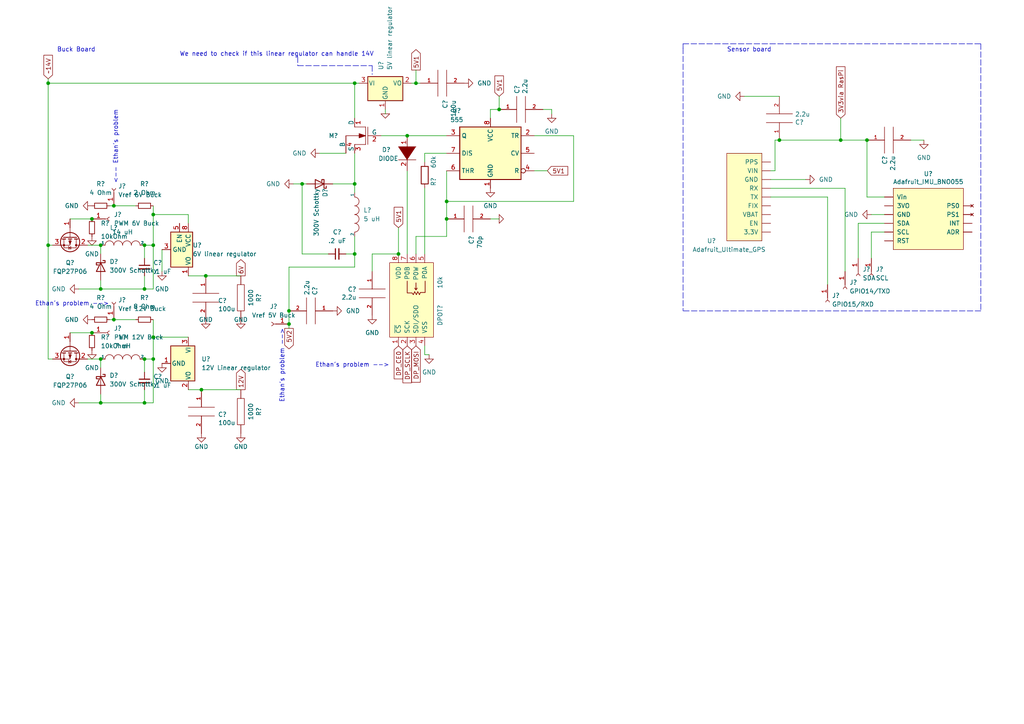
<source format=kicad_sch>
(kicad_sch (version 20211123) (generator eeschema)
  (paper "A4")
  (lib_symbols
    (symbol "Connector:Conn_01x01_Female" (pin_names (offset 1.016) hide)
      (property "Reference" "J" (at 0 2.54 0))
      (property "Value" "Conn_01x01_Female" (at 0 -2.54 0))
      (symbol "Conn_01x01_Female_1_1"
        (polyline (pts (xy -1.27 0) (xy -0.508 0)) (stroke (width 0.1524)))
        (arc (start 0 0.508) (mid -0.508 0) (end 0 -0.508) (stroke (width 0.1524)))
        (pin passive line (at -5.08 0 0) (length 3.81) (name "Pin_1") (number "1"))
      )
    )
    (symbol "Device:C_Small" (pin_numbers hide) (pin_names (offset 0.254) hide)
      (property "Reference" "C" (at 0.254 1.778 0))
      (property "Value" "C_Small" (at 0.254 -2.032 0))
      (symbol "C_Small_0_1"
        (polyline (pts (xy -1.524 -0.508) (xy 1.524 -0.508)) (stroke (width 0.3302)))
        (polyline (pts (xy -1.524 0.508) (xy 1.524 0.508)) (stroke (width 0.3048)))
      )
      (symbol "C_Small_1_1"
        (pin passive line (at 0 2.54 270) (length 2.032) (name "~") (number "1"))
        (pin passive line (at 0 -2.54 90) (length 2.032) (name "~") (number "2"))
      )
    )
    (symbol "Device:D_Schottky" (pin_numbers hide) (pin_names (offset 1.016) hide)
      (property "Reference" "D" (at 0 2.54 0))
      (property "Value" "D_Schottky" (at 0 -2.54 0))
      (symbol "D_Schottky_0_1"
        (polyline (pts (xy 1.27 0) (xy -1.27 0)))
        (polyline (pts (xy 1.27 1.27) (xy 1.27 -1.27) (xy -1.27 0) (xy 1.27 1.27)) (stroke (width 0.254)))
        (polyline (pts (xy -1.905 0.635) (xy -1.905 1.27) (xy -1.27 1.27) (xy -1.27 -1.27) (xy -0.635 -1.27) (xy -0.635 -0.635)) (stroke (width 0.254)))
      )
      (symbol "D_Schottky_1_1"
        (pin passive line (at -3.81 0 0) (length 2.54) (name "K") (number "1"))
        (pin passive line (at 3.81 0 180) (length 2.54) (name "A") (number "2"))
      )
    )
    (symbol "Device:R" (pin_numbers hide) (pin_names (offset 0))
      (property "Reference" "R" (at 2.032 0 90))
      (property "Value" "R" (at 0 0 90))
      (symbol "R_0_1"
        (rectangle (start -1.016 -2.54) (end 1.016 2.54) (stroke (width 0.254)))
      )
      (symbol "R_1_1"
        (pin passive line (at 0 3.81 270) (length 1.27) (name "~") (number "1"))
        (pin passive line (at 0 -3.81 90) (length 1.27) (name "~") (number "2"))
      )
    )
    (symbol "Device:R_Small" (pin_numbers hide) (pin_names (offset 0.254) hide)
      (property "Reference" "R" (at 0.762 0.508 0))
      (property "Value" "R_Small" (at 0.762 -1.016 0))
      (symbol "R_Small_0_1"
        (rectangle (start -0.762 1.778) (end 0.762 -1.778) (stroke (width 0.2032)))
      )
      (symbol "R_Small_1_1"
        (pin passive line (at 0 2.54 270) (length 0.762) (name "~") (number "1"))
        (pin passive line (at 0 -2.54 90) (length 0.762) (name "~") (number "2"))
      )
    )
    (symbol "Drone-Circuit-rescue:Adafruit_IMU_BNO055-Project_Library" (pin_names (offset 1.016))
      (property "Reference" "U" (at -10.16 10.16 0))
      (property "Value" "Adafruit_IMU_BNO055-Project_Library" (at 0 -11.43 0))
      (symbol "Adafruit_IMU_BNO055-Project_Library_0_1"
        (rectangle (start -10.16 8.89) (end 10.16 -8.89) (fill (type background)))
      )
      (symbol "Adafruit_IMU_BNO055-Project_Library_1_1"
        (pin power_out line (at -12.7 3.81 0) (length 2.54) (name "3VO") (number "~"))
        (pin input line (at 12.7 -3.81 180) (length 2.54) (name "ADR") (number "~"))
        (pin power_in line (at -12.7 1.27 0) (length 2.54) (name "GND") (number "~"))
        (pin output line (at 12.7 -1.27 180) (length 2.54) (name "INT") (number "~"))
        (pin no_connect line (at 12.7 3.81 180) (length 2.54) (name "PS0") (number "~"))
        (pin no_connect line (at 12.7 1.27 180) (length 2.54) (name "PS1") (number "~"))
        (pin unspecified line (at -12.7 -6.35 0) (length 2.54) (name "RST") (number "~"))
        (pin unspecified line (at -12.7 -3.81 0) (length 2.54) (name "SCL") (number "~"))
        (pin unspecified line (at -12.7 -1.27 0) (length 2.54) (name "SDA") (number "~"))
        (pin power_in line (at -12.7 6.35 0) (length 2.54) (name "Vin") (number "~"))
      )
    )
    (symbol "Drone-Circuit-rescue:Adafruit_Ultimate_GPS-Project_Library" (pin_names (offset 1.016))
      (property "Reference" "U" (at -5.08 13.97 0))
      (property "Value" "Adafruit_Ultimate_GPS-Project_Library" (at 0 -15.24 0))
      (symbol "Adafruit_Ultimate_GPS-Project_Library_0_1"
        (rectangle (start -5.08 12.7) (end 5.08 -12.7) (fill (type background)))
      )
      (symbol "Adafruit_Ultimate_GPS-Project_Library_1_1"
        (pin power_out line (at -7.62 10.16 0) (length 2.54) (name "3.3V") (number "~"))
        (pin unspecified line (at -7.62 7.62 0) (length 2.54) (name "EN") (number "~"))
        (pin output line (at -7.62 2.54 0) (length 2.54) (name "FIX") (number "~"))
        (pin power_in line (at -7.62 -5.08 0) (length 2.54) (name "GND") (number "~"))
        (pin output line (at -7.62 -10.16 0) (length 2.54) (name "PPS") (number "~"))
        (pin input line (at -7.62 -2.54 0) (length 2.54) (name "RX") (number "~"))
        (pin output line (at -7.62 0 0) (length 2.54) (name "TX") (number "~"))
        (pin power_in line (at -7.62 5.08 0) (length 2.54) (name "VBAT") (number "~"))
        (pin power_in line (at -7.62 -7.62 0) (length 2.54) (name "VIN") (number "~"))
      )
    )
    (symbol "Drone-Circuit-rescue:Digital_Pot-Project_Library" (pin_names (offset 1.016))
      (property "Reference" "DPOT" (at 0 7.62 0))
      (property "Value" "Digital_Pot-Project_Library" (at 0 -7.62 0))
      (symbol "Digital_Pot-Project_Library_0_1"
        (rectangle (start -5.08 6.35) (end 16.51 -6.35) (stroke (width 0.1524)) (fill (type background)))
        (polyline (pts (xy 8.636 -1.27) (xy 9.144 -1.651)) (stroke (width 0.2032)))
        (polyline (pts (xy 10.668 -1.27) (xy 8.636 -1.27) (xy 9.144 -0.889)) (stroke (width 0.2032)))
        (polyline (pts (xy 11.176 1.27) (xy 7.747 1.27) (xy 7.747 -0.127) (xy 7.239 -0.508) (xy 8.128 -0.889) (xy 7.239 -1.397) (xy 8.128 -1.778) (xy 7.239 -2.286) (xy 7.874 -2.54) (xy 7.874 -3.937) (xy 11.176 -3.937)) (stroke (width 0.2032)))
      )
      (symbol "Digital_Pot-Project_Library_1_1"
        (pin input line (at -7.62 3.81 0) (length 2.54) (name "~{CS}") (number "1"))
        (pin input line (at -7.62 1.27 0) (length 2.54) (name "SCK") (number "2"))
        (pin input line (at -7.62 -1.27 0) (length 2.54) (name "SDI/SDO") (number "3"))
        (pin power_in line (at -7.62 -3.81 0) (length 2.54) (name "VSS") (number "4"))
        (pin passive line (at 19.05 -3.81 180) (length 2.54) (name "P0A") (number "5"))
        (pin passive line (at 19.05 -1.27 180) (length 2.54) (name "P0W") (number "6"))
        (pin passive line (at 19.05 1.27 180) (length 2.54) (name "P0B") (number "7"))
        (pin power_in line (at 19.05 3.81 180) (length 2.54) (name "VDD") (number "8"))
      )
    )
    (symbol "Regulator_Linear:AMS1117-5.0" (pin_names (offset 0.254))
      (property "Reference" "U" (at -3.81 3.175 0))
      (property "Value" "AMS1117-5.0" (at 0 3.175 0))
      (symbol "AMS1117-5.0_0_1"
        (rectangle (start -5.08 -5.08) (end 5.08 1.905) (stroke (width 0.254)) (fill (type background)))
      )
      (symbol "AMS1117-5.0_1_1"
        (pin power_in line (at 0 -7.62 90) (length 2.54) (name "GND") (number "1"))
        (pin power_out line (at 7.62 0 180) (length 2.54) (name "VO") (number "2"))
        (pin power_in line (at -7.62 0 0) (length 2.54) (name "VI") (number "3"))
      )
    )
    (symbol "Regulator_Linear:AZ1084-1.2" (pin_names (offset 0.254))
      (property "Reference" "U" (at -3.81 3.175 0))
      (property "Value" "AZ1084-1.2" (at 0 3.175 0))
      (symbol "AZ1084-1.2_0_1"
        (rectangle (start -5.08 1.905) (end 5.08 -5.08) (stroke (width 0.254)) (fill (type background)))
      )
      (symbol "AZ1084-1.2_1_1"
        (pin power_in line (at 0 -7.62 90) (length 2.54) (name "GND") (number "1"))
        (pin power_out line (at 7.62 0 180) (length 2.54) (name "VO") (number "2"))
        (pin power_in line (at -7.62 0 0) (length 2.54) (name "VI") (number "3"))
      )
    )
    (symbol "Regulator_Linear:BD60FC0WEFJ"
      (property "Reference" "U" (at 0 7.62 0))
      (property "Value" "BD60FC0WEFJ" (at 0 5.08 0))
      (symbol "BD60FC0WEFJ_1_1"
        (rectangle (start -5.08 -5.08) (end 5.08 1.27) (stroke (width 0.254)) (fill (type background)))
        (pin power_out line (at 7.62 0 180) (length 2.54) (name "VO") (number "1"))
        (pin no_connect line (at 5.08 -2.54 180) (length 2.54) hide (name "NC") (number "2"))
        (pin power_in line (at 0 -7.62 90) (length 2.54) (name "GND") (number "3"))
        (pin no_connect line (at -3.81 -5.08 90) (length 2.54) hide (name "NC") (number "4"))
        (pin input line (at -7.62 -2.54 0) (length 2.54) (name "EN") (number "5"))
        (pin no_connect line (at -2.54 -5.08 90) (length 2.54) hide (name "NC") (number "6"))
        (pin no_connect line (at -1.27 -5.08 90) (length 2.54) hide (name "NC") (number "7"))
        (pin power_in line (at -7.62 0 0) (length 2.54) (name "VCC") (number "8"))
        (pin passive line (at 0 -7.62 90) (length 2.54) hide (name "GND") (number "9"))
      )
    )
    (symbol "Timer:LM555xM"
      (property "Reference" "U" (at -10.16 8.89 0))
      (property "Value" "LM555xM" (at 2.54 8.89 0))
      (symbol "LM555xM_0_0"
        (pin power_in line (at 0 -10.16 90) (length 2.54) (name "GND") (number "1"))
        (pin power_in line (at 0 10.16 270) (length 2.54) (name "VCC") (number "8"))
      )
      (symbol "LM555xM_0_1"
        (rectangle (start -8.89 -7.62) (end 8.89 7.62) (stroke (width 0.254)) (fill (type background)))
        (rectangle (start -8.89 -7.62) (end 8.89 7.62) (stroke (width 0.254)) (fill (type background)))
      )
      (symbol "LM555xM_1_1"
        (pin input line (at -12.7 5.08 0) (length 3.81) (name "TR") (number "2"))
        (pin output line (at 12.7 5.08 180) (length 3.81) (name "Q") (number "3"))
        (pin input inverted (at -12.7 -5.08 0) (length 3.81) (name "R") (number "4"))
        (pin input line (at -12.7 0 0) (length 3.81) (name "CV") (number "5"))
        (pin input line (at 12.7 -5.08 180) (length 3.81) (name "THR") (number "6"))
        (pin input line (at 12.7 0 180) (length 3.81) (name "DIS") (number "7"))
      )
    )
    (symbol "Transistor_FET:FQP27P06" (pin_names hide)
      (property "Reference" "Q" (at 5.08 1.905 0))
      (property "Value" "FQP27P06" (at 5.08 0 0))
      (symbol "FQP27P06_0_1"
        (polyline (pts (xy 0.254 0) (xy -2.54 0)))
        (polyline (pts (xy 0.254 1.905) (xy 0.254 -1.905)) (stroke (width 0.254)))
        (polyline (pts (xy 0.762 -1.27) (xy 0.762 -2.286)) (stroke (width 0.254)))
        (polyline (pts (xy 0.762 0.508) (xy 0.762 -0.508)) (stroke (width 0.254)))
        (polyline (pts (xy 0.762 2.286) (xy 0.762 1.27)) (stroke (width 0.254)))
        (polyline (pts (xy 2.54 2.54) (xy 2.54 1.778)))
        (polyline (pts (xy 2.54 -2.54) (xy 2.54 0) (xy 0.762 0)))
        (polyline (pts (xy 0.762 1.778) (xy 3.302 1.778) (xy 3.302 -1.778) (xy 0.762 -1.778)))
        (polyline (pts (xy 2.286 0) (xy 1.27 0.381) (xy 1.27 -0.381) (xy 2.286 0)) (fill (type outline)))
        (polyline (pts (xy 2.794 -0.508) (xy 2.921 -0.381) (xy 3.683 -0.381) (xy 3.81 -0.254)))
        (polyline (pts (xy 3.302 -0.381) (xy 2.921 0.254) (xy 3.683 0.254) (xy 3.302 -0.381)))
        (circle (center 1.651 0) (radius 2.794) (stroke (width 0.254)))
        (circle (center 2.54 -1.778) (radius 0.254) (fill (type outline)))
        (circle (center 2.54 1.778) (radius 0.254) (fill (type outline)))
      )
      (symbol "FQP27P06_1_1"
        (pin input line (at -5.08 0 0) (length 2.54) (name "G") (number "1"))
        (pin passive line (at 2.54 5.08 270) (length 2.54) (name "D") (number "2"))
        (pin passive line (at 2.54 -5.08 90) (length 2.54) (name "S") (number "3"))
      )
    )
    (symbol "power:GND" (power) (pin_names (offset 0))
      (property "Value" "GND" (at 0 -3.81 0))
      (symbol "GND_0_1"
        (polyline (pts (xy 0 0) (xy 0 -1.27) (xy 1.27 -1.27) (xy 0 -2.54) (xy -1.27 -1.27) (xy 0 -1.27)))
      )
      (symbol "GND_1_1"
        (pin power_in line (at 0 0 270) (length 0) hide (name "GND") (number "1"))
      )
    )
    (symbol "pspice:0" (power) (pin_names (offset 0))
      (property "Value" "0" (at 0 -1.778 0))
      (symbol "0_0_1"
        (polyline (pts (xy -1.27 0) (xy 0 -1.27) (xy 1.27 0) (xy -1.27 0)))
      )
      (symbol "0_1_1"
        (pin power_in line (at 0 0 0) (length 0) hide (name "0") (number "1"))
      )
    )
    (symbol "pspice:CAP" (pin_names (offset 0.254))
      (property "Reference" "C" (at 2.54 3.81 90))
      (property "Value" "CAP" (at 2.54 -3.81 90))
      (symbol "CAP_0_1"
        (polyline (pts (xy -3.81 -1.27) (xy 3.81 -1.27)))
        (polyline (pts (xy -3.81 1.27) (xy 3.81 1.27)))
      )
      (symbol "CAP_1_1"
        (pin passive line (at 0 6.35 270) (length 5.08) (name "~") (number "1"))
        (pin passive line (at 0 -6.35 90) (length 5.08) (name "~") (number "2"))
      )
    )
    (symbol "pspice:DIODE" (pin_names (offset 1.016) hide)
      (property "Reference" "D" (at 0 3.81 0))
      (property "Value" "DIODE" (at 0 -4.445 0))
      (symbol "DIODE_0_1"
        (polyline (pts (xy 1.905 2.54) (xy 1.905 -2.54)))
        (polyline (pts (xy -1.905 2.54) (xy -1.905 -2.54) (xy 1.905 0)) (fill (type outline)))
      )
      (symbol "DIODE_1_1"
        (pin input line (at -5.08 0 0) (length 3.81) (name "K") (number "1"))
        (pin input line (at 5.08 0 180) (length 3.81) (name "A") (number "2"))
      )
    )
    (symbol "pspice:INDUCTOR" (pin_numbers hide) (pin_names (offset 0))
      (property "Reference" "L" (at 0 2.54 0))
      (property "Value" "INDUCTOR" (at 0 -1.27 0))
      (symbol "INDUCTOR_0_1"
        (arc (start -2.54 0) (mid -3.81 1.27) (end -5.08 0))
        (arc (start 0 0) (mid -1.27 1.27) (end -2.54 0))
        (arc (start 2.54 0) (mid 1.27 1.27) (end 0 0))
        (arc (start 5.08 0) (mid 3.81 1.27) (end 2.54 0))
      )
      (symbol "INDUCTOR_1_1"
        (pin input line (at -6.35 0 0) (length 1.27) (name "1") (number "1"))
        (pin input line (at 6.35 0 180) (length 1.27) (name "2") (number "2"))
      )
    )
    (symbol "pspice:MNMOS" (pin_names (offset 0))
      (property "Reference" "M" (at 7.62 1.27 0))
      (property "Value" "MNMOS" (at 7.62 -1.27 0))
      (symbol "MNMOS_0_1"
        (polyline (pts (xy -1.27 -2.54) (xy -1.27 2.54)))
        (polyline (pts (xy -0.635 -2.54) (xy 2.54 -2.54)))
        (polyline (pts (xy 2.54 2.54) (xy -0.635 2.54)))
        (polyline (pts (xy 5.08 0) (xy -0.635 0)))
        (polyline (pts (xy -0.635 0) (xy 1.27 0.635) (xy 1.27 -0.635) (xy -0.635 0)) (fill (type outline)))
      )
      (symbol "MNMOS_1_1"
        (polyline (pts (xy -0.635 -2.54) (xy -0.635 2.54)))
        (pin passive line (at 2.54 5.08 270) (length 2.54) (name "D") (number "1"))
        (pin input line (at -5.08 0 0) (length 3.81) (name "G") (number "2"))
        (pin passive line (at 2.54 -5.08 90) (length 2.54) (name "S") (number "3"))
        (pin input line (at 5.08 -5.08 90) (length 5.08) (name "B") (number "4"))
      )
    )
    (symbol "pspice:R" (pin_numbers hide) (pin_names (offset 0))
      (property "Reference" "R" (at 2.032 0 90))
      (property "Value" "R" (at 0 0 90))
      (symbol "R_0_1"
        (rectangle (start -1.016 3.81) (end 1.016 -3.81))
      )
      (symbol "R_1_1"
        (pin passive line (at 0 6.35 270) (length 2.54) (name "~") (number "1"))
        (pin passive line (at 0 -6.35 90) (length 2.54) (name "~") (number "2"))
      )
    )
  )
  (junction (at 226.06 40.64))
  (junction (at 58.42 113.03))
  (junction (at 13.97 71.12))
  (junction (at 44.45 97.79))
  (junction (at 129.54 58.42))
  (junction (at 29.21 83.82))
  (junction (at 41.91 83.82))
  (junction (at 83.82 90.17))
  (junction (at 102.87 73.66))
  (junction (at 87.63 53.34))
  (junction (at 129.54 63.5))
  (junction (at 41.91 71.12))
  (junction (at 120.65 24.13))
  (junction (at 41.91 116.84))
  (junction (at 26.67 96.52))
  (junction (at 115.57 73.66))
  (junction (at 33.02 92.71))
  (junction (at 144.78 31.75))
  (junction (at 251.46 40.64))
  (junction (at 26.67 63.5))
  (junction (at 243.84 40.64))
  (junction (at 33.02 59.69))
  (junction (at 59.69 80.01))
  (junction (at 102.87 24.13))
  (junction (at 41.91 104.14))
  (junction (at 44.45 104.14))
  (junction (at 29.21 104.14))
  (junction (at 83.82 93.98))
  (junction (at 29.21 71.12))
  (junction (at 29.21 116.84))
  (junction (at 118.11 39.37))
  (junction (at 44.45 71.12))
  (junction (at 44.45 62.23))
  (junction (at 13.97 24.13))
  (junction (at 102.87 53.34))
  (wire (pts (xy 102.87 68.58) (xy 102.87 73.66)))
  (wire (pts (xy 59.69 80.01) (xy 69.85 80.01)))
  (wire (pts (xy 256.54 67.31) (xy 252.73 67.31)))
  (wire (pts (xy 144.78 31.75) (xy 142.24 31.75)))
  (wire (pts (xy 245.11 54.61) (xy 245.11 78.74)))
  (wire (pts (xy 85.09 53.34) (xy 87.63 53.34)))
  (wire (pts (xy 13.97 24.13) (xy 13.97 71.12)))
  (wire (pts (xy 240.03 57.15) (xy 240.03 82.55)))
  (wire (pts (xy 224.79 49.53) (xy 223.52 49.53)))
  (wire (pts (xy 44.45 71.12) (xy 44.45 83.82)))
  (wire (pts (xy 92.71 44.45) (xy 100.33 44.45)))
  (wire (pts (xy 119.38 24.13) (xy 120.65 24.13)))
  (wire (pts (xy 29.21 81.28) (xy 29.21 83.82)))
  (wire (pts (xy 248.92 64.77) (xy 248.92 74.93)))
  (wire (pts (xy 33.02 59.69) (xy 39.37 59.69)))
  (wire (pts (xy 44.45 62.23) (xy 44.45 59.69)))
  (wire (pts (xy 142.24 31.75) (xy 142.24 34.29)))
  (wire (pts (xy 41.91 71.12) (xy 41.91 74.93)))
  (wire (pts (xy 26.67 96.52) (xy 20.32 96.52)))
  (wire (pts (xy 83.82 77.47) (xy 102.87 77.47)))
  (wire (pts (xy 166.37 58.42) (xy 129.54 58.42)))
  (wire (pts (xy 44.45 97.79) (xy 44.45 92.71)))
  (wire (pts (xy 223.52 57.15) (xy 240.03 57.15)))
  (wire (pts (xy 33.02 92.71) (xy 39.37 92.71)))
  (wire (pts (xy 102.87 24.13) (xy 104.14 24.13)))
  (wire (pts (xy 129.54 58.42) (xy 129.54 63.5)))
  (wire (pts (xy 44.45 97.79) (xy 54.61 97.79)))
  (polyline (pts (xy 284.48 90.17) (xy 198.12 90.17)))
  (wire (pts (xy 83.82 90.17) (xy 83.82 93.98)))
  (wire (pts (xy 41.91 83.82) (xy 41.91 80.01)))
  (wire (pts (xy 129.54 49.53) (xy 129.54 58.42)))
  (wire (pts (xy 110.49 39.37) (xy 118.11 39.37)))
  (wire (pts (xy 87.63 53.34) (xy 87.63 73.66)))
  (polyline (pts (xy 107.95 19.05) (xy 107.95 21.59)))
  (wire (pts (xy 29.21 104.14) (xy 29.21 106.68)))
  (wire (pts (xy 120.65 68.58) (xy 120.65 73.66)))
  (wire (pts (xy 87.63 73.66) (xy 95.25 73.66)))
  (wire (pts (xy 120.65 24.13) (xy 121.92 24.13)))
  (wire (pts (xy 129.54 63.5) (xy 129.54 68.58)))
  (wire (pts (xy 41.91 104.14) (xy 41.91 107.95)))
  (wire (pts (xy 54.61 113.03) (xy 58.42 113.03)))
  (wire (pts (xy 46.99 78.74) (xy 46.99 72.39)))
  (wire (pts (xy 154.94 39.37) (xy 166.37 39.37)))
  (wire (pts (xy 118.11 39.37) (xy 129.54 39.37)))
  (wire (pts (xy 115.57 73.66) (xy 107.95 73.66)))
  (wire (pts (xy 243.84 34.29) (xy 243.84 40.64)))
  (wire (pts (xy 25.4 71.12) (xy 29.21 71.12)))
  (wire (pts (xy 226.06 40.64) (xy 243.84 40.64)))
  (polyline (pts (xy 86.36 19.05) (xy 107.95 19.05)))
  (wire (pts (xy 233.68 52.07) (xy 223.52 52.07)))
  (wire (pts (xy 96.52 53.34) (xy 102.87 53.34)))
  (wire (pts (xy 226.06 40.64) (xy 224.79 40.64)))
  (wire (pts (xy 243.84 40.64) (xy 251.46 40.64)))
  (wire (pts (xy 256.54 64.77) (xy 248.92 64.77)))
  (wire (pts (xy 83.82 93.98) (xy 83.82 95.25)))
  (wire (pts (xy 13.97 22.86) (xy 13.97 24.13)))
  (wire (pts (xy 123.19 73.66) (xy 123.19 54.61)))
  (wire (pts (xy 107.95 73.66) (xy 107.95 78.74)))
  (wire (pts (xy 102.87 53.34) (xy 102.87 55.88)))
  (wire (pts (xy 44.45 62.23) (xy 44.45 71.12)))
  (wire (pts (xy 102.87 73.66) (xy 102.87 77.47)))
  (wire (pts (xy 29.21 71.12) (xy 29.21 73.66)))
  (polyline (pts (xy 198.12 13.97) (xy 198.12 90.17)))
  (wire (pts (xy 13.97 104.14) (xy 15.24 104.14)))
  (wire (pts (xy 41.91 104.14) (xy 44.45 104.14)))
  (wire (pts (xy 251.46 40.64) (xy 251.46 57.15)))
  (wire (pts (xy 111.76 33.02) (xy 111.76 31.75)))
  (wire (pts (xy 58.42 113.03) (xy 69.85 113.03)))
  (polyline (pts (xy 198.12 13.97) (xy 198.12 12.7)))
  (wire (pts (xy 154.94 49.53) (xy 158.75 49.53)))
  (wire (pts (xy 44.45 104.14) (xy 44.45 116.84)))
  (wire (pts (xy 144.78 27.94) (xy 144.78 31.75)))
  (wire (pts (xy 54.61 80.01) (xy 59.69 80.01)))
  (wire (pts (xy 29.21 114.3) (xy 29.21 116.84)))
  (wire (pts (xy 120.65 20.32) (xy 120.65 24.13)))
  (wire (pts (xy 26.67 63.5) (xy 20.32 63.5)))
  (wire (pts (xy 44.45 104.14) (xy 44.45 97.79)))
  (wire (pts (xy 31.75 92.71) (xy 33.02 92.71)))
  (wire (pts (xy 264.16 40.64) (xy 267.97 40.64)))
  (wire (pts (xy 252.73 62.23) (xy 256.54 62.23)))
  (wire (pts (xy 88.9 53.34) (xy 87.63 53.34)))
  (wire (pts (xy 13.97 71.12) (xy 15.24 71.12)))
  (wire (pts (xy 102.87 73.66) (xy 100.33 73.66)))
  (wire (pts (xy 29.21 83.82) (xy 41.91 83.82)))
  (wire (pts (xy 29.21 116.84) (xy 41.91 116.84)))
  (wire (pts (xy 41.91 71.12) (xy 44.45 71.12)))
  (wire (pts (xy 251.46 57.15) (xy 256.54 57.15)))
  (wire (pts (xy 13.97 71.12) (xy 13.97 104.14)))
  (wire (pts (xy 129.54 44.45) (xy 123.19 44.45)))
  (polyline (pts (xy 86.36 16.51) (xy 86.36 19.05)))
  (wire (pts (xy 118.11 49.53) (xy 118.11 73.66)))
  (polyline (pts (xy 284.48 12.7) (xy 284.48 90.17)))
  (wire (pts (xy 252.73 67.31) (xy 252.73 74.93)))
  (wire (pts (xy 115.57 66.04) (xy 115.57 73.66)))
  (wire (pts (xy 215.9 27.94) (xy 226.06 27.94)))
  (wire (pts (xy 129.54 68.58) (xy 120.65 68.58)))
  (wire (pts (xy 41.91 83.82) (xy 44.45 83.82)))
  (wire (pts (xy 142.24 63.5) (xy 144.78 63.5)))
  (wire (pts (xy 123.19 102.87) (xy 124.46 102.87)))
  (wire (pts (xy 223.52 54.61) (xy 245.11 54.61)))
  (wire (pts (xy 102.87 24.13) (xy 102.87 34.29)))
  (wire (pts (xy 160.02 31.75) (xy 160.02 33.02)))
  (wire (pts (xy 44.45 116.84) (xy 41.91 116.84)))
  (wire (pts (xy 13.97 24.13) (xy 102.87 24.13)))
  (wire (pts (xy 102.87 44.45) (xy 102.87 53.34)))
  (wire (pts (xy 166.37 39.37) (xy 166.37 58.42)))
  (polyline (pts (xy 198.12 12.7) (xy 284.48 12.7)))
  (wire (pts (xy 157.48 31.75) (xy 160.02 31.75)))
  (wire (pts (xy 54.61 64.77) (xy 54.61 62.23)))
  (wire (pts (xy 83.82 77.47) (xy 83.82 90.17)))
  (wire (pts (xy 29.21 104.14) (xy 25.4 104.14)))
  (wire (pts (xy 44.45 62.23) (xy 54.61 62.23)))
  (wire (pts (xy 123.19 44.45) (xy 123.19 46.99)))
  (wire (pts (xy 22.86 116.84) (xy 29.21 116.84)))
  (wire (pts (xy 224.79 40.64) (xy 224.79 49.53)))
  (wire (pts (xy 31.75 59.69) (xy 33.02 59.69)))
  (wire (pts (xy 123.19 100.33) (xy 123.19 102.87)))
  (wire (pts (xy 22.86 83.82) (xy 29.21 83.82)))
  (wire (pts (xy 41.91 116.84) (xy 41.91 113.03)))
  (text "Ethan's problem -->" (at 82.55 116.84 90) (effects (font (size 1.27 1.27)) (justify left bottom)))
  (text "Ethan's problem -->" (at 10.16 88.9 0) (effects (font (size 1.27 1.27)) (justify left bottom)))
  (text "<-- Ethan's problem" (at 34.29 53.34 90) (effects (font (size 1.27 1.27)) (justify left bottom)))
  (text "Buck Board" (at 16.51 15.24 0) (effects (font (size 1.27 1.27)) (justify left bottom)))
  (text "Ethan's problem -->" (at 91.44 106.68 0) (effects (font (size 1.27 1.27)) (justify left bottom)))
  (text "We need to check if this linear regulator can handle 14V" (at 52.07 16.51 0) (effects (font (size 1.27 1.27)) (justify left bottom)))
  (text "Sensor board" (at 210.82 15.24 0) (effects (font (size 1.27 1.27)) (justify left bottom)))
  (global_label "DP_MOSI" (shape input) (at 120.65 100.33 270) (property "Intersheet References" "${INTERSHEET_REFS}" (effects hide)))
  (global_label "5V1" (shape output) (at 120.65 20.32 90) (property "Intersheet References" "${INTERSHEET_REFS}" (effects hide)))
  (global_label "5V2" (shape output) (at 83.82 95.25 270) (property "Intersheet References" "${INTERSHEET_REFS}" (effects hide)))
  (global_label "DP_SCLK" (shape input) (at 118.11 100.33 270) (property "Intersheet References" "${INTERSHEET_REFS}" (effects hide)))
  (global_label "5V1" (shape input) (at 115.57 66.04 90) (property "Intersheet References" "${INTERSHEET_REFS}" (effects hide)))
  (global_label "6V" (shape output) (at 69.85 80.01 90) (property "Intersheet References" "${INTERSHEET_REFS}" (effects hide)))
  (global_label "5V1" (shape input) (at 144.78 27.94 90) (property "Intersheet References" "${INTERSHEET_REFS}" (effects hide)))
  (global_label "~14V" (shape input) (at 13.97 22.86 90) (property "Intersheet References" "${INTERSHEET_REFS}" (effects hide)))
  (global_label "5V1" (shape input) (at 158.75 49.53 0) (property "Intersheet References" "${INTERSHEET_REFS}" (effects hide)))
  (global_label "12V" (shape output) (at 69.85 113.03 90) (property "Intersheet References" "${INTERSHEET_REFS}" (effects hide)))
  (global_label "3V3via RasPi" (shape input) (at 243.84 34.29 90) (property "Intersheet References" "${INTERSHEET_REFS}" (effects hide)))
  (global_label "DP_CE0" (shape input) (at 115.57 100.33 270) (property "Intersheet References" "${INTERSHEET_REFS}" (effects hide)))
  (symbol (lib_id "Connector:Conn_01x01_Female") (at 245.11 83.82 270) (unit 1)
    (property "Reference" "J?" (at 246.38 81.9149 90) (effects (justify left)))
    (property "Value" "GPIO14/TXD" (at 246.38 84.4549 90) (effects (justify left)))
  )
  (symbol (lib_id "Device:D_Schottky") (at 29.21 77.47 270) (unit 1)
    (property "Reference" "D?" (at 31.75 75.8824 90) (effects (justify left)))
    (property "Value" "300V Schottky" (at 31.75 78.4224 90) (effects (justify left)))
  )
  (symbol (lib_id "power:GND") (at 22.86 83.82 270) (unit 1)
    (property "Reference" "#PWR?" (effects hide))
    (property "Value" "GND" (at 19.05 83.8199 90) (effects (justify right)))
  )
  (symbol (lib_id "pspice:DIODE") (at 118.11 44.45 270) (unit 1)
    (property "Reference" "D?" (at 110.744 43.434 90) (effects (justify left)))
    (property "Value" "DIODE" (at 109.728 45.974 90) (effects (justify left)))
  )
  (symbol (lib_id "pspice:CAP") (at 59.69 86.36 0) (unit 1)
    (property "Reference" "C?" (at 63.2206 87.1982 0) (effects (justify left)))
    (property "Value" "100u" (at 63.2714 89.6112 0) (effects (justify left)))
    (property "Datasheet" "https://www.digikey.com/en/products/detail/panasonic-electronic-components/EEE-FK1C101SR/7666555" (effects hide))
  )
  (symbol (lib_id "pspice:0") (at 144.78 63.5 90) (mirror x) (unit 1)
    (property "Reference" "#GND?" (effects hide))
    (property "Value" "0" (effects hide))
  )
  (symbol (lib_id "power:GND") (at 59.69 92.71 0) (unit 1)
    (property "Reference" "#PWR?" (effects hide))
    (property "Value" "GND" (at 59.69 92.71 0))
  )
  (symbol (lib_id "Device:R_Small") (at 26.67 99.06 0) (unit 1)
    (property "Reference" "R?" (at 29.21 97.7899 0) (effects (justify left)))
    (property "Value" "10kOhm" (at 29.21 100.3299 0) (effects (justify left)))
  )
  (symbol (lib_id "pspice:R") (at 69.85 119.38 180) (unit 1)
    (property "Reference" "R?" (at 75.057 119.38 90))
    (property "Value" "1000" (at 72.7456 119.38 90))
  )
  (symbol (lib_id "Device:D_Schottky") (at 29.21 110.49 270) (unit 1)
    (property "Reference" "D?" (at 31.75 108.9024 90) (effects (justify left)))
    (property "Value" "300V Schottky" (at 31.75 111.4424 90) (effects (justify left)))
  )
  (symbol (lib_id "power:GND") (at 96.52 90.17 90) (unit 1)
    (property "Reference" "#PWR?" (effects hide))
    (property "Value" "GND" (at 100.33 90.1699 90) (effects (justify right)))
  )
  (symbol (lib_id "pspice:CAP") (at 128.27 24.13 90) (mirror x) (unit 1)
    (property "Reference" "C?" (at 129.1082 28.9306 0) (effects (justify left)))
    (property "Value" "100u" (at 131.5212 28.9814 0) (effects (justify left)))
    (property "Datasheet" "https://www.digikey.com/en/products/detail/panasonic-electronic-components/EEE-FK1C101SR/7666555" (effects hide))
  )
  (symbol (lib_id "power:GND") (at 26.67 92.71 270) (unit 1)
    (property "Reference" "#PWR?" (effects hide))
    (property "Value" "GND" (at 22.86 92.7099 90) (effects (justify right)))
  )
  (symbol (lib_id "power:GND") (at 142.24 54.61 0) (unit 1)
    (property "Reference" "#PWR?" (effects hide))
    (property "Value" "GND" (at 142.24 59.69 0))
  )
  (symbol (lib_id "power:GND") (at 69.85 125.73 0) (unit 1)
    (property "Reference" "#PWR?" (effects hide))
    (property "Value" "GND" (at 69.85 129.54 0))
  )
  (symbol (lib_id "Device:R_Small") (at 29.21 92.71 90) (unit 1)
    (property "Reference" "R?" (at 29.21 86.36 90))
    (property "Value" "4 Ohm" (at 29.21 88.9 90))
  )
  (symbol (lib_id "Transistor_FET:FQP27P06") (at 20.32 68.58 270) (unit 1)
    (property "Reference" "Q?" (at 20.32 76.2 90))
    (property "Value" "FQP27P06" (at 20.32 78.74 90))
    (property "Footprint" "Package_TO_SOT_THT:TO-220-3_Vertical" (effects hide))
    (property "Datasheet" "https://www.onsemi.com/pub/Collateral/FQP27P06-D.PDF" (effects hide))
  )
  (symbol (lib_id "Connector:Conn_01x01_Female") (at 33.02 87.63 90) (unit 1)
    (property "Reference" "J?" (at 34.29 86.9949 90) (effects (justify right)))
    (property "Value" "Vref 12V Buck" (at 34.29 89.5349 90) (effects (justify right)))
  )
  (symbol (lib_id "Device:R_Small") (at 26.67 66.04 0) (unit 1)
    (property "Reference" "R?" (at 29.21 64.7699 0) (effects (justify left)))
    (property "Value" "10kOhm" (at 29.21 68.58 0) (effects (justify left)))
  )
  (symbol (lib_id "power:GND") (at 26.67 59.69 270) (unit 1)
    (property "Reference" "#PWR?" (effects hide))
    (property "Value" "GND" (at 22.86 59.6899 90) (effects (justify right)))
  )
  (symbol (lib_id "pspice:0") (at 111.76 33.02 0) (mirror y) (unit 1)
    (property "Reference" "#GND?" (effects hide))
    (property "Value" "0" (effects hide))
  )
  (symbol (lib_id "pspice:CAP") (at 107.95 85.09 0) (mirror y) (unit 1)
    (property "Reference" "C?" (at 103.4288 83.9216 0) (effects (justify left)))
    (property "Value" "2.2u" (at 103.4288 86.233 0) (effects (justify left)))
    (property "Datasheet" "https://www.digikey.com/en/products/detail/samsung-electro-mechanics/CL31A225KB9LNNC/3890809" (effects hide))
  )
  (symbol (lib_id "power:GND") (at 267.97 40.64 0) (unit 1)
    (property "Reference" "#PWR?" (effects hide))
    (property "Value" "GND" (at 267.97 45.72 0))
  )
  (symbol (lib_id "pspice:INDUCTOR") (at 35.56 71.12 0) (unit 1)
    (property "Reference" "L?" (at 33.02 66.04 0))
    (property "Value" "14 uH" (at 35.56 67.31 0))
  )
  (symbol (lib_id "power:GND") (at 92.71 44.45 270) (unit 1)
    (property "Reference" "#PWR?" (effects hide))
    (property "Value" "GND" (at 88.9 44.4499 90) (effects (justify right)))
  )
  (symbol (lib_id "power:GND") (at 85.09 53.34 270) (unit 1)
    (property "Reference" "#PWR?" (effects hide))
    (property "Value" "GND" (at 81.28 53.3399 90) (effects (justify right)))
  )
  (symbol (lib_id "power:GND") (at 46.99 105.41 0) (unit 1)
    (property "Reference" "#PWR?" (effects hide))
    (property "Value" "GND" (at 46.99 110.49 0))
  )
  (symbol (lib_id "power:GND") (at 107.95 91.44 0) (unit 1)
    (property "Reference" "#PWR?" (effects hide))
    (property "Value" "GND" (at 107.95 96.52 0))
  )
  (symbol (lib_id "power:GND") (at 26.67 101.6 0) (unit 1)
    (property "Reference" "#PWR?" (effects hide))
    (property "Value" "GND" (at 26.67 106.68 0))
  )
  (symbol (lib_id "Connector:Conn_01x01_Female") (at 31.75 96.52 0) (unit 1)
    (property "Reference" "J?" (at 33.02 95.2499 0) (effects (justify left)))
    (property "Value" "PWM 12V Buck" (at 33.02 97.7899 0) (effects (justify left)))
  )
  (symbol (lib_id "Drone-Circuit-rescue:Adafruit_IMU_BNO055-Project_Library") (at 269.24 63.5 0) (unit 1)
    (property "Reference" "U?" (at 269.24 50.419 0))
    (property "Value" "Adafruit_IMU_BNO055" (at 269.24 52.7304 0))
  )
  (symbol (lib_id "Device:R_Small") (at 29.21 59.69 90) (unit 1)
    (property "Reference" "R?" (at 29.21 53.34 90))
    (property "Value" "4 Ohm" (at 29.21 55.88 90))
  )
  (symbol (lib_id "power:GND") (at 252.73 62.23 270) (unit 1)
    (property "Reference" "#PWR?" (effects hide))
    (property "Value" "GND" (at 248.92 62.2299 90) (effects (justify right)))
  )
  (symbol (lib_id "Connector:Conn_01x01_Female") (at 240.03 87.63 270) (unit 1)
    (property "Reference" "J?" (at 241.3 85.7249 90) (effects (justify left)))
    (property "Value" "GPIO15/RXD" (at 241.3 88.2649 90) (effects (justify left)))
  )
  (symbol (lib_id "Device:R_Small") (at 41.91 59.69 90) (unit 1)
    (property "Reference" "R?" (at 41.91 53.34 90))
    (property "Value" "2 Ohm" (at 41.91 55.88 90))
  )
  (symbol (lib_id "power:GND") (at 124.46 102.87 0) (unit 1)
    (property "Reference" "#PWR?" (effects hide))
    (property "Value" "GND" (at 124.46 107.95 0))
  )
  (symbol (lib_id "pspice:R") (at 69.85 86.36 180) (unit 1)
    (property "Reference" "R?" (at 75.057 86.36 90))
    (property "Value" "1000" (at 72.7456 86.36 90))
  )
  (symbol (lib_id "pspice:MNMOS") (at 105.41 39.37 0) (mirror y) (unit 1)
    (property "Reference" "M?" (at 98.0948 39.37 0) (effects (justify left)))
    (property "Value" "NMOS" (effects hide))
    (property "Datasheet" "https://www.digikey.com/en/products/detail/on-semiconductor/NTD4808N-1G/1792949" (effects hide))
  )
  (symbol (lib_id "Regulator_Linear:AZ1084-1.2") (at 54.61 105.41 270) (unit 1)
    (property "Reference" "U?" (at 58.42 104.1399 90) (effects (justify left)))
    (property "Value" "12V Linear regulator" (at 58.42 106.6799 90) (effects (justify left)))
    (property "Datasheet" "https://www.diodes.com/assets/Datasheets/AZ1084.pdf" (effects hide))
  )
  (symbol (lib_id "Device:D_Schottky") (at 92.71 53.34 180) (unit 1)
    (property "Reference" "D?" (at 94.2976 54.61 90) (effects (justify left)))
    (property "Value" "300V Schottky" (at 91.7576 54.61 90) (effects (justify left)))
  )
  (symbol (lib_id "Drone-Circuit-rescue:Adafruit_Ultimate_GPS-Project_Library") (at 215.9 57.15 180) (unit 1)
    (property "Reference" "U?" (at 206.375 69.85 0))
    (property "Value" "Adafruit_Ultimate_GPS" (at 211.455 72.39 0))
  )
  (symbol (lib_id "Connector:Conn_01x01_Female") (at 78.74 93.98 180) (unit 1)
    (property "Reference" "J?" (at 79.375 88.9 0))
    (property "Value" "Vref 5V Buck" (at 79.375 91.44 0))
  )
  (symbol (lib_id "Drone-Circuit-rescue:Digital_Pot-Project_Library") (at 119.38 92.71 90) (unit 1)
    (property "Reference" "DPOT?" (at 127.635 91.44 0))
    (property "Value" "10k" (at 127.635 81.915 0))
    (property "Datasheet" "https://www.digikey.com/en/products/detail/MCP4161-103E%2fP/MCP4161-103E%2fP-ND/1874158?itemSeq=351720945" (effects hide))
  )
  (symbol (lib_id "Regulator_Linear:BD60FC0WEFJ") (at 54.61 72.39 270) (unit 1)
    (property "Reference" "U?" (at 55.88 71.1199 90) (effects (justify left)))
    (property "Value" "6V linear regulator" (at 55.88 73.6599 90) (effects (justify left)))
    (property "Footprint" "Package_SO:HTSOP-8-1EP_3.9x4.9mm_P1.27mm_EP2.4x3.2mm" (effects hide))
    (property "Datasheet" "https://fscdn.rohm.com/en/products/databook/datasheet/ic/power/linear_regulator/bdxxfc0wefj-e.pdf" (effects hide))
  )
  (symbol (lib_id "Device:R_Small") (at 41.91 92.71 90) (unit 1)
    (property "Reference" "R?" (at 41.91 86.36 90))
    (property "Value" "8 Ohm" (at 41.91 88.9 90))
  )
  (symbol (lib_id "pspice:INDUCTOR") (at 35.56 104.14 0) (unit 1)
    (property "Reference" "L?" (at 35.56 97.79 0))
    (property "Value" "7 uH" (at 35.56 100.33 0))
  )
  (symbol (lib_id "power:GND") (at 215.9 27.94 270) (unit 1)
    (property "Reference" "#PWR?" (effects hide))
    (property "Value" "GND" (at 212.09 27.9399 90) (effects (justify right)))
  )
  (symbol (lib_id "pspice:CAP") (at 257.81 40.64 90) (mirror x) (unit 1)
    (property "Reference" "C?" (at 256.6416 45.1612 0) (effects (justify left)))
    (property "Value" "2.2u" (at 258.953 45.1612 0) (effects (justify left)))
    (property "Datasheet" "https://www.digikey.com/en/products/detail/samsung-electro-mechanics/CL31A225KB9LNNC/3890809" (effects hide))
  )
  (symbol (lib_id "Device:C_Small") (at 41.91 77.47 0) (unit 1)
    (property "Reference" "C?" (at 44.45 76.2062 0) (effects (justify left)))
    (property "Value" ".1 uF" (at 44.45 78.7462 0) (effects (justify left)))
  )
  (symbol (lib_id "Regulator_Linear:AMS1117-5.0") (at 111.76 24.13 0) (unit 1)
    (property "Reference" "U?" (at 110.4899 20.32 90) (effects (justify left)))
    (property "Value" "5V linear regulator" (at 113.0299 20.32 90) (effects (justify left)))
    (property "Footprint" "Package_TO_SOT_SMD:SOT-223-3_TabPin2" (effects hide))
    (property "Datasheet" "http://www.advanced-monolithic.com/pdf/ds1117.pdf" (effects hide))
  )
  (symbol (lib_id "Device:C_Small") (at 41.91 110.49 0) (unit 1)
    (property "Reference" "C?" (at 44.45 109.2262 0) (effects (justify left)))
    (property "Value" ".1 uF" (at 44.45 111.7662 0) (effects (justify left)))
  )
  (symbol (lib_id "power:GND") (at 22.86 116.84 270) (unit 1)
    (property "Reference" "#PWR?" (effects hide))
    (property "Value" "GND" (at 19.05 116.8399 90) (effects (justify right)))
  )
  (symbol (lib_id "power:GND") (at 69.85 92.71 0) (unit 1)
    (property "Reference" "#PWR?" (effects hide))
    (property "Value" "GND" (at 69.85 92.71 0))
  )
  (symbol (lib_id "Device:C_Small") (at 97.79 73.66 90) (unit 1)
    (property "Reference" "C?" (at 97.7963 67.31 90))
    (property "Value" ".2 uF" (at 97.7963 69.85 90))
  )
  (symbol (lib_id "pspice:INDUCTOR") (at 102.87 62.23 270) (unit 1)
    (property "Reference" "L?" (at 105.41 60.9599 90) (effects (justify left)))
    (property "Value" "5 uH" (at 105.41 63.4999 90) (effects (justify left)))
  )
  (symbol (lib_id "power:GND") (at 233.68 52.07 90) (unit 1)
    (property "Reference" "#PWR?" (effects hide))
    (property "Value" "GND" (at 237.49 52.0699 90) (effects (justify right)))
  )
  (symbol (lib_id "pspice:CAP") (at 58.42 119.38 0) (unit 1)
    (property "Reference" "C?" (at 63.2206 120.2182 0) (effects (justify left)))
    (property "Value" "100u" (at 63.2714 122.6312 0) (effects (justify left)))
    (property "Datasheet" "https://www.digikey.com/en/products/detail/panasonic-electronic-components/EEE-FK1C101SR/7666555" (effects hide))
  )
  (symbol (lib_id "power:GND") (at 26.67 68.58 0) (unit 1)
    (property "Reference" "#PWR?" (effects hide))
    (property "Value" "GND" (at 26.67 73.66 0))
  )
  (symbol (lib_id "Transistor_FET:FQP27P06") (at 20.32 101.6 270) (unit 1)
    (property "Reference" "Q?" (at 20.32 109.22 90))
    (property "Value" "FQP27P06" (at 20.32 111.76 90))
    (property "Footprint" "Package_TO_SOT_THT:TO-220-3_Vertical" (effects hide))
    (property "Datasheet" "https://www.onsemi.com/pub/Collateral/FQP27P06-D.PDF" (effects hide))
  )
  (symbol (lib_id "pspice:CAP") (at 135.89 63.5 90) (mirror x) (unit 1)
    (property "Reference" "C?" (at 136.7282 68.3006 0) (effects (justify left)))
    (property "Value" "70p" (at 139.1412 68.3514 0) (effects (justify left)))
  )
  (symbol (lib_id "pspice:CAP") (at 226.06 34.29 0) (mirror x) (unit 1)
    (property "Reference" "C?" (at 230.5812 35.4584 0) (effects (justify left)))
    (property "Value" "2.2u" (at 230.5812 33.147 0) (effects (justify left)))
    (property "Datasheet" "https://www.digikey.com/en/products/detail/samsung-electro-mechanics/CL31A225KB9LNNC/3890809" (effects hide))
  )
  (symbol (lib_id "Timer:LM555xM") (at 142.24 44.45 0) (mirror y) (unit 1)
    (property "Reference" "U?" (at 132.4356 32.1056 0))
    (property "Value" "555" (at 132.4864 34.7472 0))
  )
  (symbol (lib_id "power:GND") (at 160.02 33.02 0) (unit 1)
    (property "Reference" "#PWR?" (effects hide))
    (property "Value" "GND" (at 160.02 38.1 0))
  )
  (symbol (lib_id "Connector:Conn_01x01_Female") (at 248.92 80.01 270) (unit 1)
    (property "Reference" "J?" (at 250.19 78.1049 90) (effects (justify left)))
    (property "Value" "SDA" (at 250.19 80.6449 90) (effects (justify left)))
  )
  (symbol (lib_id "Connector:Conn_01x01_Female") (at 31.75 63.5 0) (unit 1)
    (property "Reference" "J?" (at 33.02 62.2299 0) (effects (justify left)))
    (property "Value" "PWM 6V Buck" (at 33.02 64.7699 0) (effects (justify left)))
  )
  (symbol (lib_id "Device:R") (at 123.19 50.8 0) (mirror y) (unit 1)
    (property "Reference" "R?" (at 125.73 52.705 90))
    (property "Value" "60k" (at 125.73 46.99 90))
  )
  (symbol (lib_id "power:GND") (at 134.62 24.13 90) (unit 1)
    (property "Reference" "#PWR?" (effects hide))
    (property "Value" "GND" (at 138.43 24.1299 90) (effects (justify right)))
  )
  (symbol (lib_id "pspice:CAP") (at 90.17 90.17 270) (mirror x) (unit 1)
    (property "Reference" "C?" (at 91.3384 85.6488 0) (effects (justify left)))
    (property "Value" "2.2u" (at 89.027 85.6488 0) (effects (justify left)))
    (property "Datasheet" "https://www.digikey.com/en/products/detail/samsung-electro-mechanics/CL31A225KB9LNNC/3890809" (effects hide))
  )
  (symbol (lib_id "pspice:CAP") (at 151.13 31.75 90) (unit 1)
    (property "Reference" "C?" (at 149.9616 27.2288 0) (effects (justify left)))
    (property "Value" "2.2u" (at 152.273 27.2288 0) (effects (justify left)))
    (property "Datasheet" "https://www.digikey.com/en/products/detail/samsung-electro-mechanics/CL31A225KB9LNNC/3890809" (effects hide))
  )
  (symbol (lib_id "Connector:Conn_01x01_Female") (at 252.73 80.01 270) (unit 1)
    (property "Reference" "J?" (at 254 78.1049 90) (effects (justify left)))
    (property "Value" "SCL" (at 254 80.6449 90) (effects (justify left)))
  )
  (symbol (lib_id "Connector:Conn_01x01_Female") (at 33.02 54.61 90) (unit 1)
    (property "Reference" "J?" (at 34.29 53.9749 90) (effects (justify right)))
    (property "Value" "Vref 6V Buck" (at 34.29 56.5149 90) (effects (justify right)))
  )
  (symbol (lib_id "power:GND") (at 46.99 78.74 0) (unit 1)
    (property "Reference" "#PWR?" (effects hide))
    (property "Value" "GND" (at 46.99 83.82 0))
  )
  (symbol (lib_id "power:GND") (at 58.42 125.73 0) (unit 1)
    (property "Reference" "#PWR?" (effects hide))
    (property "Value" "GND" (at 58.42 129.54 0))
  )
)
</source>
